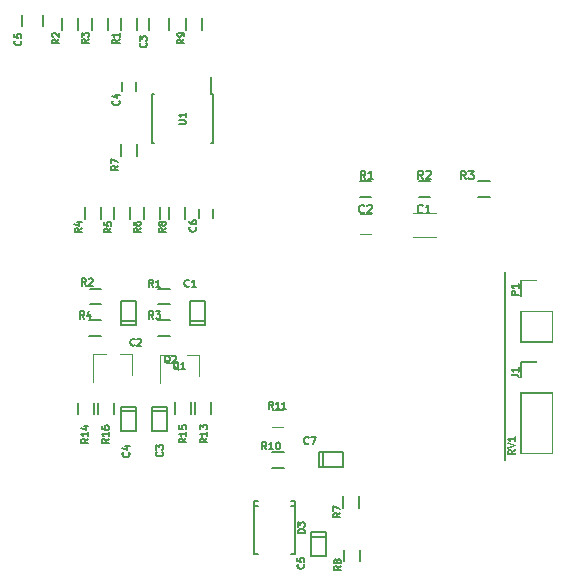
<source format=gto>
%MOIN*%
%OFA0B0*%
%FSLAX46Y46*%
%IPPOS*%
%LPD*%
%ADD10C,0.0039370078740157488*%
%ADD11C,0.005905511811023622*%
%ADD22C,0.0039370078740157488*%
%ADD23C,0.005905511811023622*%
%ADD24C,0.0047244094488188976*%
%ADD25C,0.0039370078740157488*%
%ADD26C,0.0047244094488188976*%
%ADD27C,0.005905511811023622*%
G01G01*
D10*
D11*
X0000656496Y0001870078D02*
X0000656496Y0001830708D01*
X0000603346Y0001830708D02*
X0000603346Y0001870078D01*
X0000691929Y0001617125D02*
X0000686220Y0001617125D01*
X0000691929Y0001453740D02*
X0000686220Y0001453740D01*
X0000489173Y0001453740D02*
X0000494881Y0001453740D01*
X0000489173Y0001617125D02*
X0000494881Y0001617125D01*
X0000691929Y0001617125D02*
X0000691929Y0001453740D01*
X0000489173Y0001617125D02*
X0000489173Y0001453740D01*
X0000686220Y0001617125D02*
X0000686220Y0001672244D01*
X0000597440Y0001240157D02*
X0000597440Y0001200787D01*
X0000544291Y0001200787D02*
X0000544291Y0001240157D01*
X0000514763Y0001240157D02*
X0000514763Y0001200787D01*
X0000461614Y0001200787D02*
X0000461614Y0001240157D01*
X0000416338Y0001240157D02*
X0000416338Y0001200787D01*
X0000363188Y0001200787D02*
X0000363188Y0001240157D01*
X0000317913Y0001240157D02*
X0000317913Y0001200787D01*
X0000264763Y0001200787D02*
X0000264763Y0001240157D01*
X0000386811Y0001830708D02*
X0000386811Y0001870078D01*
X0000439960Y0001870078D02*
X0000439960Y0001830708D01*
X0000243110Y0001870078D02*
X0000243110Y0001830708D01*
X0000189960Y0001830708D02*
X0000189960Y0001870078D01*
X0000478346Y0001870078D02*
X0000478346Y0001830708D01*
X0000545275Y0001830708D02*
X0000545275Y0001870078D01*
X0000341535Y0001870078D02*
X0000341535Y0001830708D01*
X0000288385Y0001830708D02*
X0000288385Y0001870078D01*
X0000439960Y0001448818D02*
X0000439960Y0001409448D01*
X0000386811Y0001409448D02*
X0000386811Y0001448818D01*
X0000057086Y0001881889D02*
X0000057086Y0001842519D01*
X0000124015Y0001842519D02*
X0000124015Y0001881889D01*
X0000692913Y0001232283D02*
X0000692913Y0001204724D01*
X0000645669Y0001204724D02*
X0000645669Y0001232283D01*
X0000389763Y0001627952D02*
X0000389763Y0001655511D01*
X0000437007Y0001655511D02*
X0000437007Y0001627952D01*
X0000597300Y0001799212D02*
X0000586051Y0001791338D01*
X0000597300Y0001785714D02*
X0000573678Y0001785714D01*
X0000573678Y0001794713D01*
X0000574803Y0001796962D01*
X0000575927Y0001798087D01*
X0000578177Y0001799212D01*
X0000581552Y0001799212D01*
X0000583802Y0001798087D01*
X0000584926Y0001796962D01*
X0000586051Y0001794713D01*
X0000586051Y0001785714D01*
X0000597300Y0001810461D02*
X0000597300Y0001814960D01*
X0000596175Y0001817210D01*
X0000595050Y0001818335D01*
X0000591676Y0001820584D01*
X0000587176Y0001821709D01*
X0000578177Y0001821709D01*
X0000575927Y0001820584D01*
X0000574803Y0001819460D01*
X0000573678Y0001817210D01*
X0000573678Y0001812710D01*
X0000574803Y0001810461D01*
X0000575927Y0001809336D01*
X0000578177Y0001808211D01*
X0000583802Y0001808211D01*
X0000586051Y0001809336D01*
X0000587176Y0001810461D01*
X0000588301Y0001812710D01*
X0000588301Y0001817210D01*
X0000587176Y0001819460D01*
X0000586051Y0001820584D01*
X0000583802Y0001821709D01*
X0000577615Y0001517435D02*
X0000596737Y0001517435D01*
X0000598987Y0001518560D01*
X0000600112Y0001519685D01*
X0000601237Y0001521934D01*
X0000601237Y0001526434D01*
X0000600112Y0001528683D01*
X0000598987Y0001529808D01*
X0000596737Y0001530933D01*
X0000577615Y0001530933D01*
X0000601237Y0001554555D02*
X0000601237Y0001541057D01*
X0000601237Y0001547806D02*
X0000577615Y0001547806D01*
X0000580989Y0001545556D01*
X0000583239Y0001543307D01*
X0000584364Y0001541057D01*
X0000534308Y0001169291D02*
X0000523059Y0001161417D01*
X0000534308Y0001155793D02*
X0000510686Y0001155793D01*
X0000510686Y0001164791D01*
X0000511811Y0001167041D01*
X0000512935Y0001168166D01*
X0000515185Y0001169291D01*
X0000518560Y0001169291D01*
X0000520809Y0001168166D01*
X0000521934Y0001167041D01*
X0000523059Y0001164791D01*
X0000523059Y0001155793D01*
X0000520809Y0001182789D02*
X0000519685Y0001180539D01*
X0000518560Y0001179415D01*
X0000516310Y0001178290D01*
X0000515185Y0001178290D01*
X0000512935Y0001179415D01*
X0000511811Y0001180539D01*
X0000510686Y0001182789D01*
X0000510686Y0001187289D01*
X0000511811Y0001189538D01*
X0000512935Y0001190663D01*
X0000515185Y0001191788D01*
X0000516310Y0001191788D01*
X0000518560Y0001190663D01*
X0000519685Y0001189538D01*
X0000520809Y0001187289D01*
X0000520809Y0001182789D01*
X0000521934Y0001180539D01*
X0000523059Y0001179415D01*
X0000525309Y0001178290D01*
X0000529808Y0001178290D01*
X0000532058Y0001179415D01*
X0000533183Y0001180539D01*
X0000534308Y0001182789D01*
X0000534308Y0001187289D01*
X0000533183Y0001189538D01*
X0000532058Y0001190663D01*
X0000529808Y0001191788D01*
X0000525309Y0001191788D01*
X0000523059Y0001190663D01*
X0000521934Y0001189538D01*
X0000520809Y0001187289D01*
X0000451631Y0001169291D02*
X0000440382Y0001161417D01*
X0000451631Y0001155793D02*
X0000428009Y0001155793D01*
X0000428009Y0001164791D01*
X0000429133Y0001167041D01*
X0000430258Y0001168166D01*
X0000432508Y0001169291D01*
X0000435883Y0001169291D01*
X0000438132Y0001168166D01*
X0000439257Y0001167041D01*
X0000440382Y0001164791D01*
X0000440382Y0001155793D01*
X0000428009Y0001189538D02*
X0000428009Y0001185039D01*
X0000429133Y0001182789D01*
X0000430258Y0001181664D01*
X0000433633Y0001179415D01*
X0000438132Y0001178290D01*
X0000447131Y0001178290D01*
X0000449381Y0001179415D01*
X0000450506Y0001180539D01*
X0000451631Y0001182789D01*
X0000451631Y0001187289D01*
X0000450506Y0001189538D01*
X0000449381Y0001190663D01*
X0000447131Y0001191788D01*
X0000441507Y0001191788D01*
X0000439257Y0001190663D01*
X0000438132Y0001189538D01*
X0000437007Y0001187289D01*
X0000437007Y0001182789D01*
X0000438132Y0001180539D01*
X0000439257Y0001179415D01*
X0000441507Y0001178290D01*
X0000353205Y0001169291D02*
X0000341957Y0001161417D01*
X0000353205Y0001155793D02*
X0000329583Y0001155793D01*
X0000329583Y0001164791D01*
X0000330708Y0001167041D01*
X0000331833Y0001168166D01*
X0000334083Y0001169291D01*
X0000337457Y0001169291D01*
X0000339707Y0001168166D01*
X0000340832Y0001167041D01*
X0000341957Y0001164791D01*
X0000341957Y0001155793D01*
X0000329583Y0001190663D02*
X0000329583Y0001179415D01*
X0000340832Y0001178290D01*
X0000339707Y0001179415D01*
X0000338582Y0001181664D01*
X0000338582Y0001187289D01*
X0000339707Y0001189538D01*
X0000340832Y0001190663D01*
X0000343082Y0001191788D01*
X0000348706Y0001191788D01*
X0000350956Y0001190663D01*
X0000352080Y0001189538D01*
X0000353205Y0001187289D01*
X0000353205Y0001181664D01*
X0000352080Y0001179415D01*
X0000350956Y0001178290D01*
X0000254780Y0001169291D02*
X0000243532Y0001161417D01*
X0000254780Y0001155793D02*
X0000231158Y0001155793D01*
X0000231158Y0001164791D01*
X0000232283Y0001167041D01*
X0000233408Y0001168166D01*
X0000235658Y0001169291D01*
X0000239032Y0001169291D01*
X0000241282Y0001168166D01*
X0000242407Y0001167041D01*
X0000243532Y0001164791D01*
X0000243532Y0001155793D01*
X0000239032Y0001189538D02*
X0000254780Y0001189538D01*
X0000230033Y0001183914D02*
X0000246906Y0001178290D01*
X0000246906Y0001192913D01*
X0000380764Y0001799212D02*
X0000369516Y0001791338D01*
X0000380764Y0001785714D02*
X0000357142Y0001785714D01*
X0000357142Y0001794713D01*
X0000358267Y0001796962D01*
X0000359392Y0001798087D01*
X0000361642Y0001799212D01*
X0000365016Y0001799212D01*
X0000367266Y0001798087D01*
X0000368391Y0001796962D01*
X0000369516Y0001794713D01*
X0000369516Y0001785714D01*
X0000380764Y0001821709D02*
X0000380764Y0001808211D01*
X0000380764Y0001814960D02*
X0000357142Y0001814960D01*
X0000360517Y0001812710D01*
X0000362767Y0001810461D01*
X0000363892Y0001808211D01*
X0000179977Y0001799212D02*
X0000168728Y0001791338D01*
X0000179977Y0001785714D02*
X0000156355Y0001785714D01*
X0000156355Y0001794713D01*
X0000157480Y0001796962D01*
X0000158605Y0001798087D01*
X0000160854Y0001799212D01*
X0000164229Y0001799212D01*
X0000166479Y0001798087D01*
X0000167604Y0001796962D01*
X0000168728Y0001794713D01*
X0000168728Y0001785714D01*
X0000158605Y0001808211D02*
X0000157480Y0001809336D01*
X0000156355Y0001811586D01*
X0000156355Y0001817210D01*
X0000157480Y0001819460D01*
X0000158605Y0001820584D01*
X0000160854Y0001821709D01*
X0000163104Y0001821709D01*
X0000166479Y0001820584D01*
X0000179977Y0001807086D01*
X0000179977Y0001821709D01*
X0000469066Y0001787401D02*
X0000470191Y0001786276D01*
X0000471316Y0001782902D01*
X0000471316Y0001780652D01*
X0000470191Y0001777277D01*
X0000467941Y0001775028D01*
X0000465691Y0001773903D01*
X0000461192Y0001772778D01*
X0000457817Y0001772778D01*
X0000453318Y0001773903D01*
X0000451068Y0001775028D01*
X0000448818Y0001777277D01*
X0000447694Y0001780652D01*
X0000447694Y0001782902D01*
X0000448818Y0001786276D01*
X0000449943Y0001787401D01*
X0000447694Y0001795275D02*
X0000447694Y0001809898D01*
X0000456692Y0001802024D01*
X0000456692Y0001805399D01*
X0000457817Y0001807649D01*
X0000458942Y0001808773D01*
X0000461192Y0001809898D01*
X0000466816Y0001809898D01*
X0000469066Y0001808773D01*
X0000470191Y0001807649D01*
X0000471316Y0001805399D01*
X0000471316Y0001798650D01*
X0000470191Y0001796400D01*
X0000469066Y0001795275D01*
X0000278402Y0001799212D02*
X0000267154Y0001791338D01*
X0000278402Y0001785714D02*
X0000254780Y0001785714D01*
X0000254780Y0001794713D01*
X0000255905Y0001796962D01*
X0000257030Y0001798087D01*
X0000259280Y0001799212D01*
X0000262654Y0001799212D01*
X0000264904Y0001798087D01*
X0000266029Y0001796962D01*
X0000267154Y0001794713D01*
X0000267154Y0001785714D01*
X0000254780Y0001807086D02*
X0000254780Y0001821709D01*
X0000263779Y0001813835D01*
X0000263779Y0001817210D01*
X0000264904Y0001819460D01*
X0000266029Y0001820584D01*
X0000268278Y0001821709D01*
X0000273903Y0001821709D01*
X0000276152Y0001820584D01*
X0000277277Y0001819460D01*
X0000278402Y0001817210D01*
X0000278402Y0001810461D01*
X0000277277Y0001808211D01*
X0000276152Y0001807086D01*
X0000376827Y0001377952D02*
X0000365579Y0001370078D01*
X0000376827Y0001364454D02*
X0000353205Y0001364454D01*
X0000353205Y0001373453D01*
X0000354330Y0001375703D01*
X0000355455Y0001376827D01*
X0000357705Y0001377952D01*
X0000361079Y0001377952D01*
X0000363329Y0001376827D01*
X0000364454Y0001375703D01*
X0000365579Y0001373453D01*
X0000365579Y0001364454D01*
X0000353205Y0001385826D02*
X0000353205Y0001401574D01*
X0000376827Y0001391451D01*
X0000051743Y0001795275D02*
X0000052868Y0001794150D01*
X0000053993Y0001790776D01*
X0000053993Y0001788526D01*
X0000052868Y0001785151D01*
X0000050618Y0001782902D01*
X0000048368Y0001781777D01*
X0000043869Y0001780652D01*
X0000040494Y0001780652D01*
X0000035995Y0001781777D01*
X0000033745Y0001782902D01*
X0000031496Y0001785151D01*
X0000030371Y0001788526D01*
X0000030371Y0001790776D01*
X0000031496Y0001794150D01*
X0000032620Y0001795275D01*
X0000030371Y0001816647D02*
X0000030371Y0001805399D01*
X0000041619Y0001804274D01*
X0000040494Y0001805399D01*
X0000039370Y0001807649D01*
X0000039370Y0001813273D01*
X0000040494Y0001815523D01*
X0000041619Y0001816647D01*
X0000043869Y0001817772D01*
X0000049493Y0001817772D01*
X0000051743Y0001816647D01*
X0000052868Y0001815523D01*
X0000053993Y0001813273D01*
X0000053993Y0001807649D01*
X0000052868Y0001805399D01*
X0000051743Y0001804274D01*
X0000634420Y0001173228D02*
X0000635545Y0001172103D01*
X0000636670Y0001168728D01*
X0000636670Y0001166479D01*
X0000635545Y0001163104D01*
X0000633295Y0001160854D01*
X0000631046Y0001159730D01*
X0000626546Y0001158605D01*
X0000623172Y0001158605D01*
X0000618672Y0001159730D01*
X0000616422Y0001160854D01*
X0000614173Y0001163104D01*
X0000613048Y0001166479D01*
X0000613048Y0001168728D01*
X0000614173Y0001172103D01*
X0000615298Y0001173228D01*
X0000613048Y0001193475D02*
X0000613048Y0001188976D01*
X0000614173Y0001186726D01*
X0000615298Y0001185601D01*
X0000618672Y0001183352D01*
X0000623172Y0001182227D01*
X0000632170Y0001182227D01*
X0000634420Y0001183352D01*
X0000635545Y0001184476D01*
X0000636670Y0001186726D01*
X0000636670Y0001191226D01*
X0000635545Y0001193475D01*
X0000634420Y0001194600D01*
X0000632170Y0001195725D01*
X0000626546Y0001195725D01*
X0000624296Y0001194600D01*
X0000623172Y0001193475D01*
X0000622047Y0001191226D01*
X0000622047Y0001186726D01*
X0000623172Y0001184476D01*
X0000624296Y0001183352D01*
X0000626546Y0001182227D01*
X0000378515Y0001594488D02*
X0000379640Y0001593363D01*
X0000380764Y0001589988D01*
X0000380764Y0001587739D01*
X0000379640Y0001584364D01*
X0000377390Y0001582114D01*
X0000375140Y0001580989D01*
X0000370641Y0001579865D01*
X0000367266Y0001579865D01*
X0000362767Y0001580989D01*
X0000360517Y0001582114D01*
X0000358267Y0001584364D01*
X0000357142Y0001587739D01*
X0000357142Y0001589988D01*
X0000358267Y0001593363D01*
X0000359392Y0001594488D01*
X0000365016Y0001614735D02*
X0000380764Y0001614735D01*
X0000356017Y0001609111D02*
X0000372890Y0001603487D01*
X0000372890Y0001618110D01*
G04 next file*
G04 #@! TF.FileFunction,Legend,Top*
G04 Gerber Fmt 4.6, Leading zero omitted, Abs format (unit mm)*
G04 Created by KiCad (PCBNEW 4.0.4-1.fc24-product) date Wed Jun 13 10:34:08 2018*
G01G01*
G04 APERTURE LIST*
G04 APERTURE END LIST*
D22*
D23*
X0001126968Y0000236220D02*
X0001126968Y0000275590D01*
X0001180118Y0000275590D02*
X0001180118Y0000236220D01*
X0000664527Y0000861997D02*
X0000614527Y0000861997D01*
X0000664527Y0000926997D02*
X0000614527Y0000926997D01*
X0000614527Y0000926997D02*
X0000614527Y0000846997D01*
X0000614527Y0000846997D02*
X0000664527Y0000846997D01*
X0000664527Y0000846997D02*
X0000664527Y0000926997D01*
X0000436180Y0000861997D02*
X0000386180Y0000861997D01*
X0000436180Y0000926997D02*
X0000386180Y0000926997D01*
X0000386180Y0000926997D02*
X0000386180Y0000846997D01*
X0000386180Y0000846997D02*
X0000436180Y0000846997D01*
X0000436180Y0000846997D02*
X0000436180Y0000926997D01*
X0000490511Y0000559408D02*
X0000540511Y0000559408D01*
X0000490511Y0000494408D02*
X0000540511Y0000494408D01*
X0000540511Y0000494408D02*
X0000540511Y0000574408D01*
X0000540511Y0000574408D02*
X0000490511Y0000574408D01*
X0000490511Y0000574408D02*
X0000490511Y0000494408D01*
X0000386417Y0000559408D02*
X0000436417Y0000559408D01*
X0000386417Y0000494408D02*
X0000436417Y0000494408D01*
X0000436417Y0000494408D02*
X0000436417Y0000574408D01*
X0000436417Y0000574408D02*
X0000386417Y0000574408D01*
X0000386417Y0000574408D02*
X0000386417Y0000494408D01*
X0001020275Y0000141141D02*
X0001070275Y0000141141D01*
X0001020275Y0000076141D02*
X0001070275Y0000076141D01*
X0001070275Y0000076141D02*
X0001070275Y0000156141D01*
X0001070275Y0000156141D02*
X0001020275Y0000156141D01*
X0001020275Y0000156141D02*
X0001020275Y0000076141D01*
X0001059645Y0000372637D02*
X0001059645Y0000422637D01*
X0001124645Y0000372637D02*
X0001124645Y0000422637D01*
X0001124645Y0000422637D02*
X0001044645Y0000422637D01*
X0001044645Y0000422637D02*
X0001044645Y0000372637D01*
X0001044645Y0000372637D02*
X0001124645Y0000372637D01*
D24*
X0000515747Y0000653543D02*
X0000515747Y0000748031D01*
X0000515747Y0000748031D02*
X0000557086Y0000748031D01*
X0000645669Y0000677165D02*
X0000645669Y0000748031D01*
X0000645669Y0000748031D02*
X0000604330Y0000748031D01*
X0000293307Y0000655511D02*
X0000293307Y0000749999D01*
X0000293307Y0000749999D02*
X0000334645Y0000749999D01*
X0000423228Y0000679133D02*
X0000423228Y0000749999D01*
X0000423228Y0000749999D02*
X0000381889Y0000749999D01*
D23*
X0000509606Y0000968690D02*
X0000548976Y0000968690D01*
X0000548976Y0000915541D02*
X0000509606Y0000915541D01*
X0000281259Y0000968690D02*
X0000320629Y0000968690D01*
X0000320629Y0000915541D02*
X0000281259Y0000915541D01*
X0000509606Y0000862391D02*
X0000548976Y0000862391D01*
X0000548976Y0000809241D02*
X0000509606Y0000809241D01*
X0000279291Y0000862391D02*
X0000318661Y0000862391D01*
X0000318661Y0000809241D02*
X0000279291Y0000809241D01*
X0001128937Y0000059055D02*
X0001128937Y0000098425D01*
X0001182086Y0000098425D02*
X0001182086Y0000059055D01*
X0000889763Y0000422244D02*
X0000929133Y0000422244D01*
X0000929133Y0000369094D02*
X0000889763Y0000369094D01*
X0000828737Y0000242051D02*
X0000842537Y0000242051D01*
X0000966537Y0000242051D02*
X0000952737Y0000242051D01*
X0000828737Y0000082619D02*
X0000842537Y0000082619D01*
X0000828737Y0000259819D02*
X0000842537Y0000259819D01*
X0000966537Y0000259819D02*
X0000952737Y0000259819D01*
X0000966537Y0000082619D02*
X0000952737Y0000082619D01*
X0000828737Y0000259819D02*
X0000828737Y0000082619D01*
X0000966537Y0000259819D02*
X0000966537Y0000082619D01*
X0000630905Y0000551181D02*
X0000630905Y0000590551D01*
X0000684055Y0000590551D02*
X0000684055Y0000551181D01*
X0000243110Y0000549212D02*
X0000243110Y0000588582D01*
X0000296259Y0000588582D02*
X0000296259Y0000549212D01*
X0000619094Y0000590551D02*
X0000619094Y0000551181D01*
X0000565944Y0000551181D02*
X0000565944Y0000590551D01*
X0000361220Y0000588582D02*
X0000361220Y0000549212D01*
X0000308070Y0000549212D02*
X0000308070Y0000588582D01*
D24*
X0000887795Y0000562204D02*
X0000927165Y0000562204D01*
X0000927165Y0000508661D02*
X0000887795Y0000508661D01*
D23*
X0001116985Y0000220472D02*
X0001105736Y0000212598D01*
X0001116985Y0000206974D02*
X0001093363Y0000206974D01*
X0001093363Y0000215972D01*
X0001094488Y0000218222D01*
X0001095613Y0000219347D01*
X0001097862Y0000220472D01*
X0001101237Y0000220472D01*
X0001103487Y0000219347D01*
X0001104611Y0000218222D01*
X0001105736Y0000215972D01*
X0001105736Y0000206974D01*
X0001093363Y0000228346D02*
X0001093363Y0000244094D01*
X0001116985Y0000233970D01*
X0000611968Y0000976986D02*
X0000610843Y0000975861D01*
X0000607468Y0000974736D01*
X0000605219Y0000974736D01*
X0000601844Y0000975861D01*
X0000599594Y0000978111D01*
X0000598469Y0000980361D01*
X0000597345Y0000984860D01*
X0000597345Y0000988235D01*
X0000598469Y0000992734D01*
X0000599594Y0000994984D01*
X0000601844Y0000997234D01*
X0000605219Y0000998358D01*
X0000607468Y0000998358D01*
X0000610843Y0000997234D01*
X0000611968Y0000996109D01*
X0000634465Y0000974736D02*
X0000620967Y0000974736D01*
X0000627716Y0000974736D02*
X0000627716Y0000998358D01*
X0000625466Y0000994984D01*
X0000623216Y0000992734D01*
X0000620967Y0000991609D01*
X0000430865Y0000780136D02*
X0000429741Y0000779011D01*
X0000426366Y0000777886D01*
X0000424116Y0000777886D01*
X0000420742Y0000779011D01*
X0000418492Y0000781261D01*
X0000417367Y0000783510D01*
X0000416242Y0000788010D01*
X0000416242Y0000791384D01*
X0000417367Y0000795884D01*
X0000418492Y0000798133D01*
X0000420742Y0000800383D01*
X0000424116Y0000801508D01*
X0000426366Y0000801508D01*
X0000429741Y0000800383D01*
X0000430865Y0000799258D01*
X0000439864Y0000799258D02*
X0000440989Y0000800383D01*
X0000443239Y0000801508D01*
X0000448863Y0000801508D01*
X0000451113Y0000800383D01*
X0000452238Y0000799258D01*
X0000453363Y0000797009D01*
X0000453363Y0000794759D01*
X0000452238Y0000791384D01*
X0000438739Y0000777886D01*
X0000453363Y0000777886D01*
X0000523947Y0000424172D02*
X0000525072Y0000423047D01*
X0000526197Y0000419673D01*
X0000526197Y0000417423D01*
X0000525072Y0000414048D01*
X0000522823Y0000411798D01*
X0000520573Y0000410674D01*
X0000516073Y0000409549D01*
X0000512699Y0000409549D01*
X0000508199Y0000410674D01*
X0000505950Y0000411798D01*
X0000503700Y0000414048D01*
X0000502575Y0000417423D01*
X0000502575Y0000419673D01*
X0000503700Y0000423047D01*
X0000504825Y0000424172D01*
X0000502575Y0000432046D02*
X0000502575Y0000446669D01*
X0000511574Y0000438795D01*
X0000511574Y0000442170D01*
X0000512699Y0000444419D01*
X0000513824Y0000445544D01*
X0000516073Y0000446669D01*
X0000521698Y0000446669D01*
X0000523947Y0000445544D01*
X0000525072Y0000444419D01*
X0000526197Y0000442170D01*
X0000526197Y0000435421D01*
X0000525072Y0000433171D01*
X0000523947Y0000432046D01*
X0000411979Y0000422203D02*
X0000413104Y0000421079D01*
X0000414229Y0000417704D01*
X0000414229Y0000415454D01*
X0000413104Y0000412080D01*
X0000410854Y0000409830D01*
X0000408605Y0000408705D01*
X0000404105Y0000407580D01*
X0000400731Y0000407580D01*
X0000396231Y0000408705D01*
X0000393982Y0000409830D01*
X0000391732Y0000412080D01*
X0000390607Y0000415454D01*
X0000390607Y0000417704D01*
X0000391732Y0000421079D01*
X0000392857Y0000422203D01*
X0000398481Y0000442451D02*
X0000414229Y0000442451D01*
X0000389482Y0000436827D02*
X0000406355Y0000431202D01*
X0000406355Y0000445825D01*
X0000994656Y0000049212D02*
X0000995781Y0000048087D01*
X0000996906Y0000044713D01*
X0000996906Y0000042463D01*
X0000995781Y0000039088D01*
X0000993532Y0000036839D01*
X0000991282Y0000035714D01*
X0000986782Y0000034589D01*
X0000983408Y0000034589D01*
X0000978908Y0000035714D01*
X0000976659Y0000036839D01*
X0000974409Y0000039088D01*
X0000973284Y0000042463D01*
X0000973284Y0000044713D01*
X0000974409Y0000048087D01*
X0000975534Y0000049212D01*
X0000973284Y0000070584D02*
X0000973284Y0000059336D01*
X0000984533Y0000058211D01*
X0000983408Y0000059336D01*
X0000982283Y0000061586D01*
X0000982283Y0000067210D01*
X0000983408Y0000069460D01*
X0000984533Y0000070584D01*
X0000986782Y0000071709D01*
X0000992407Y0000071709D01*
X0000994656Y0000070584D01*
X0000995781Y0000069460D01*
X0000996906Y0000067210D01*
X0000996906Y0000061586D01*
X0000995781Y0000059336D01*
X0000994656Y0000058211D01*
X0001010786Y0000452193D02*
X0001009661Y0000451068D01*
X0001006287Y0000449943D01*
X0001004037Y0000449943D01*
X0001000662Y0000451068D01*
X0000998413Y0000453318D01*
X0000997288Y0000455568D01*
X0000996163Y0000460067D01*
X0000996163Y0000463442D01*
X0000997288Y0000467941D01*
X0000998413Y0000470191D01*
X0001000662Y0000472440D01*
X0001004037Y0000473565D01*
X0001006287Y0000473565D01*
X0001009661Y0000472440D01*
X0001010786Y0000471316D01*
X0001018660Y0000473565D02*
X0001034408Y0000473565D01*
X0001024284Y0000449943D01*
X0000578458Y0000697694D02*
X0000576209Y0000698818D01*
X0000573959Y0000701068D01*
X0000570584Y0000704443D01*
X0000568335Y0000705568D01*
X0000566085Y0000705568D01*
X0000567210Y0000699943D02*
X0000564960Y0000701068D01*
X0000562710Y0000703318D01*
X0000561586Y0000707817D01*
X0000561586Y0000715691D01*
X0000562710Y0000720191D01*
X0000564960Y0000722440D01*
X0000567210Y0000723565D01*
X0000571709Y0000723565D01*
X0000573959Y0000722440D01*
X0000576209Y0000720191D01*
X0000577334Y0000715691D01*
X0000577334Y0000707817D01*
X0000576209Y0000703318D01*
X0000573959Y0000701068D01*
X0000571709Y0000699943D01*
X0000567210Y0000699943D01*
X0000599831Y0000699943D02*
X0000586332Y0000699943D01*
X0000593082Y0000699943D02*
X0000593082Y0000723565D01*
X0000590832Y0000720191D01*
X0000588582Y0000717941D01*
X0000586332Y0000716816D01*
X0000548931Y0000719347D02*
X0000546681Y0000720472D01*
X0000544431Y0000722722D01*
X0000541057Y0000726096D01*
X0000538807Y0000727221D01*
X0000536557Y0000727221D01*
X0000537682Y0000721597D02*
X0000535433Y0000722722D01*
X0000533183Y0000724971D01*
X0000532058Y0000729471D01*
X0000532058Y0000737345D01*
X0000533183Y0000741844D01*
X0000535433Y0000744094D01*
X0000537682Y0000745219D01*
X0000542182Y0000745219D01*
X0000544431Y0000744094D01*
X0000546681Y0000741844D01*
X0000547806Y0000737345D01*
X0000547806Y0000729471D01*
X0000546681Y0000724971D01*
X0000544431Y0000722722D01*
X0000542182Y0000721597D01*
X0000537682Y0000721597D01*
X0000556805Y0000742969D02*
X0000557930Y0000744094D01*
X0000560179Y0000745219D01*
X0000565804Y0000745219D01*
X0000568053Y0000744094D01*
X0000569178Y0000742969D01*
X0000570303Y0000740719D01*
X0000570303Y0000738470D01*
X0000569178Y0000735095D01*
X0000555680Y0000721597D01*
X0000570303Y0000721597D01*
X0000493857Y0000974736D02*
X0000485983Y0000985985D01*
X0000480359Y0000974736D02*
X0000480359Y0000998358D01*
X0000489358Y0000998358D01*
X0000491608Y0000997234D01*
X0000492733Y0000996109D01*
X0000493857Y0000993859D01*
X0000493857Y0000990484D01*
X0000492733Y0000988235D01*
X0000491608Y0000987110D01*
X0000489358Y0000985985D01*
X0000480359Y0000985985D01*
X0000516355Y0000974736D02*
X0000502856Y0000974736D01*
X0000509606Y0000974736D02*
X0000509606Y0000998358D01*
X0000507356Y0000994984D01*
X0000505106Y0000992734D01*
X0000502856Y0000991609D01*
X0000269448Y0000978673D02*
X0000261574Y0000989922D01*
X0000255950Y0000978673D02*
X0000255950Y0001002295D01*
X0000264949Y0001002295D01*
X0000267198Y0001001171D01*
X0000268323Y0001000046D01*
X0000269448Y0000997796D01*
X0000269448Y0000994421D01*
X0000268323Y0000992172D01*
X0000267198Y0000991047D01*
X0000264949Y0000989922D01*
X0000255950Y0000989922D01*
X0000278447Y0001000046D02*
X0000279572Y0001001171D01*
X0000281821Y0001002295D01*
X0000287446Y0001002295D01*
X0000289696Y0001001171D01*
X0000290820Y0001000046D01*
X0000291945Y0000997796D01*
X0000291945Y0000995546D01*
X0000290820Y0000992172D01*
X0000277322Y0000978673D01*
X0000291945Y0000978673D01*
X0000493857Y0000868437D02*
X0000485983Y0000879686D01*
X0000480359Y0000868437D02*
X0000480359Y0000892059D01*
X0000489358Y0000892059D01*
X0000491608Y0000890934D01*
X0000492733Y0000889810D01*
X0000493857Y0000887560D01*
X0000493857Y0000884185D01*
X0000492733Y0000881935D01*
X0000491608Y0000880811D01*
X0000489358Y0000879686D01*
X0000480359Y0000879686D01*
X0000501731Y0000892059D02*
X0000516355Y0000892059D01*
X0000508481Y0000883060D01*
X0000511855Y0000883060D01*
X0000514105Y0000881935D01*
X0000515230Y0000880811D01*
X0000516355Y0000878561D01*
X0000516355Y0000872937D01*
X0000515230Y0000870687D01*
X0000514105Y0000869562D01*
X0000511855Y0000868437D01*
X0000505106Y0000868437D01*
X0000502856Y0000869562D01*
X0000501731Y0000870687D01*
X0000263543Y0000868437D02*
X0000255668Y0000879686D01*
X0000250044Y0000868437D02*
X0000250044Y0000892059D01*
X0000259043Y0000892059D01*
X0000261293Y0000890934D01*
X0000262418Y0000889810D01*
X0000263543Y0000887560D01*
X0000263543Y0000884185D01*
X0000262418Y0000881935D01*
X0000261293Y0000880811D01*
X0000259043Y0000879686D01*
X0000250044Y0000879686D01*
X0000283790Y0000884185D02*
X0000283790Y0000868437D01*
X0000278166Y0000893184D02*
X0000272541Y0000876311D01*
X0000287165Y0000876311D01*
X0001118953Y0000043307D02*
X0001107705Y0000035433D01*
X0001118953Y0000029808D02*
X0001095331Y0000029808D01*
X0001095331Y0000038807D01*
X0001096456Y0000041057D01*
X0001097581Y0000042182D01*
X0001099831Y0000043307D01*
X0001103205Y0000043307D01*
X0001105455Y0000042182D01*
X0001106580Y0000041057D01*
X0001107705Y0000038807D01*
X0001107705Y0000029808D01*
X0001105455Y0000056805D02*
X0001104330Y0000054555D01*
X0001103205Y0000053430D01*
X0001100956Y0000052305D01*
X0001099831Y0000052305D01*
X0001097581Y0000053430D01*
X0001096456Y0000054555D01*
X0001095331Y0000056805D01*
X0001095331Y0000061304D01*
X0001096456Y0000063554D01*
X0001097581Y0000064679D01*
X0001099831Y0000065804D01*
X0001100956Y0000065804D01*
X0001103205Y0000064679D01*
X0001104330Y0000063554D01*
X0001105455Y0000061304D01*
X0001105455Y0000056805D01*
X0001106580Y0000054555D01*
X0001107705Y0000053430D01*
X0001109955Y0000052305D01*
X0001114454Y0000052305D01*
X0001116704Y0000053430D01*
X0001117828Y0000054555D01*
X0001118953Y0000056805D01*
X0001118953Y0000061304D01*
X0001117828Y0000063554D01*
X0001116704Y0000064679D01*
X0001114454Y0000065804D01*
X0001109955Y0000065804D01*
X0001107705Y0000064679D01*
X0001106580Y0000063554D01*
X0001105455Y0000061304D01*
X0000870641Y0000432227D02*
X0000862767Y0000443475D01*
X0000857142Y0000432227D02*
X0000857142Y0000455849D01*
X0000866141Y0000455849D01*
X0000868391Y0000454724D01*
X0000869516Y0000453599D01*
X0000870641Y0000451349D01*
X0000870641Y0000447975D01*
X0000869516Y0000445725D01*
X0000868391Y0000444600D01*
X0000866141Y0000443475D01*
X0000857142Y0000443475D01*
X0000893138Y0000432227D02*
X0000879640Y0000432227D01*
X0000886389Y0000432227D02*
X0000886389Y0000455849D01*
X0000884139Y0000452474D01*
X0000881889Y0000450224D01*
X0000879640Y0000449100D01*
X0000907761Y0000455849D02*
X0000910011Y0000455849D01*
X0000912260Y0000454724D01*
X0000913385Y0000453599D01*
X0000914510Y0000451349D01*
X0000915635Y0000446850D01*
X0000915635Y0000441226D01*
X0000914510Y0000436726D01*
X0000913385Y0000434476D01*
X0000912260Y0000433352D01*
X0000910011Y0000432227D01*
X0000907761Y0000432227D01*
X0000905511Y0000433352D01*
X0000904386Y0000434476D01*
X0000903262Y0000436726D01*
X0000902137Y0000441226D01*
X0000902137Y0000446850D01*
X0000903262Y0000451349D01*
X0000904386Y0000453599D01*
X0000905511Y0000454724D01*
X0000907761Y0000455849D01*
X0000997890Y0000153784D02*
X0000974268Y0000153784D01*
X0000974268Y0000159408D01*
X0000975393Y0000162783D01*
X0000977643Y0000165032D01*
X0000979893Y0000166157D01*
X0000984392Y0000167282D01*
X0000987767Y0000167282D01*
X0000992266Y0000166157D01*
X0000994516Y0000165032D01*
X0000996766Y0000162783D01*
X0000997890Y0000159408D01*
X0000997890Y0000153784D01*
X0000974268Y0000175156D02*
X0000974268Y0000189779D01*
X0000983267Y0000181905D01*
X0000983267Y0000185280D01*
X0000984392Y0000187530D01*
X0000985517Y0000188655D01*
X0000987767Y0000189779D01*
X0000993391Y0000189779D01*
X0000995641Y0000188655D01*
X0000996766Y0000187530D01*
X0000997890Y0000185280D01*
X0000997890Y0000178531D01*
X0000996766Y0000176281D01*
X0000995641Y0000175156D01*
X0000672103Y0000469066D02*
X0000660854Y0000461192D01*
X0000672103Y0000455567D02*
X0000648481Y0000455567D01*
X0000648481Y0000464566D01*
X0000649606Y0000466816D01*
X0000650731Y0000467941D01*
X0000652980Y0000469066D01*
X0000656355Y0000469066D01*
X0000658605Y0000467941D01*
X0000659730Y0000466816D01*
X0000660854Y0000464566D01*
X0000660854Y0000455567D01*
X0000672103Y0000491563D02*
X0000672103Y0000478065D01*
X0000672103Y0000484814D02*
X0000648481Y0000484814D01*
X0000651855Y0000482564D01*
X0000654105Y0000480314D01*
X0000655230Y0000478065D01*
X0000648481Y0000499437D02*
X0000648481Y0000514060D01*
X0000657480Y0000506186D01*
X0000657480Y0000509561D01*
X0000658605Y0000511811D01*
X0000659730Y0000512935D01*
X0000661979Y0000514060D01*
X0000667604Y0000514060D01*
X0000669853Y0000512935D01*
X0000670978Y0000511811D01*
X0000672103Y0000509561D01*
X0000672103Y0000502812D01*
X0000670978Y0000500562D01*
X0000669853Y0000499437D01*
X0000276434Y0000467097D02*
X0000265185Y0000459223D01*
X0000276434Y0000453599D02*
X0000252812Y0000453599D01*
X0000252812Y0000462598D01*
X0000253936Y0000464848D01*
X0000255061Y0000465972D01*
X0000257311Y0000467097D01*
X0000260686Y0000467097D01*
X0000262935Y0000465972D01*
X0000264060Y0000464848D01*
X0000265185Y0000462598D01*
X0000265185Y0000453599D01*
X0000276434Y0000489595D02*
X0000276434Y0000476096D01*
X0000276434Y0000482845D02*
X0000252812Y0000482845D01*
X0000256186Y0000480596D01*
X0000258436Y0000478346D01*
X0000259561Y0000476096D01*
X0000260686Y0000509842D02*
X0000276434Y0000509842D01*
X0000251687Y0000504218D02*
X0000268560Y0000498593D01*
X0000268560Y0000513217D01*
X0000603205Y0000469066D02*
X0000591957Y0000461192D01*
X0000603205Y0000455567D02*
X0000579583Y0000455567D01*
X0000579583Y0000464566D01*
X0000580708Y0000466816D01*
X0000581833Y0000467941D01*
X0000584083Y0000469066D01*
X0000587457Y0000469066D01*
X0000589707Y0000467941D01*
X0000590832Y0000466816D01*
X0000591957Y0000464566D01*
X0000591957Y0000455567D01*
X0000603205Y0000491563D02*
X0000603205Y0000478065D01*
X0000603205Y0000484814D02*
X0000579583Y0000484814D01*
X0000582958Y0000482564D01*
X0000585208Y0000480314D01*
X0000586332Y0000478065D01*
X0000579583Y0000512935D02*
X0000579583Y0000501687D01*
X0000590832Y0000500562D01*
X0000589707Y0000501687D01*
X0000588582Y0000503936D01*
X0000588582Y0000509561D01*
X0000589707Y0000511811D01*
X0000590832Y0000512935D01*
X0000593082Y0000514060D01*
X0000598706Y0000514060D01*
X0000600956Y0000512935D01*
X0000602080Y0000511811D01*
X0000603205Y0000509561D01*
X0000603205Y0000503936D01*
X0000602080Y0000501687D01*
X0000600956Y0000500562D01*
X0000345331Y0000467097D02*
X0000334083Y0000459223D01*
X0000345331Y0000453599D02*
X0000321709Y0000453599D01*
X0000321709Y0000462598D01*
X0000322834Y0000464848D01*
X0000323959Y0000465972D01*
X0000326209Y0000467097D01*
X0000329583Y0000467097D01*
X0000331833Y0000465972D01*
X0000332958Y0000464848D01*
X0000334083Y0000462598D01*
X0000334083Y0000453599D01*
X0000345331Y0000489595D02*
X0000345331Y0000476096D01*
X0000345331Y0000482845D02*
X0000321709Y0000482845D01*
X0000325084Y0000480596D01*
X0000327334Y0000478346D01*
X0000328458Y0000476096D01*
X0000321709Y0000509842D02*
X0000321709Y0000505343D01*
X0000322834Y0000503093D01*
X0000323959Y0000501968D01*
X0000327334Y0000499718D01*
X0000331833Y0000498593D01*
X0000340832Y0000498593D01*
X0000343082Y0000499718D01*
X0000344206Y0000500843D01*
X0000345331Y0000503093D01*
X0000345331Y0000507592D01*
X0000344206Y0000509842D01*
X0000343082Y0000510967D01*
X0000340832Y0000512092D01*
X0000335208Y0000512092D01*
X0000332958Y0000510967D01*
X0000331833Y0000509842D01*
X0000330708Y0000507592D01*
X0000330708Y0000503093D01*
X0000331833Y0000500843D01*
X0000332958Y0000499718D01*
X0000335208Y0000498593D01*
X0000892294Y0000568053D02*
X0000884420Y0000579302D01*
X0000878796Y0000568053D02*
X0000878796Y0000591676D01*
X0000887795Y0000591676D01*
X0000890044Y0000590551D01*
X0000891169Y0000589426D01*
X0000892294Y0000587176D01*
X0000892294Y0000583801D01*
X0000891169Y0000581552D01*
X0000890044Y0000580427D01*
X0000887795Y0000579302D01*
X0000878796Y0000579302D01*
X0000914791Y0000568053D02*
X0000901293Y0000568053D01*
X0000908042Y0000568053D02*
X0000908042Y0000591676D01*
X0000905792Y0000588301D01*
X0000903543Y0000586051D01*
X0000901293Y0000584926D01*
X0000937289Y0000568053D02*
X0000923790Y0000568053D01*
X0000930539Y0000568053D02*
X0000930539Y0000591676D01*
X0000928290Y0000588301D01*
X0000926040Y0000586051D01*
X0000923790Y0000584926D01*
G04 next file*
G04 #@! TF.FileFunction,Legend,Top*
G04 Gerber Fmt 4.6, Leading zero omitted, Abs format (unit mm)*
G04 Created by KiCad (PCBNEW 4.0.4-1.fc24-product) date Wed Jun 13 10:55:40 2018*
G01G01*
G04 APERTURE LIST*
G04 APERTURE END LIST*
D25*
D26*
X0001358267Y0001140944D02*
X0001437007Y0001140944D01*
X0001437007Y0001221259D02*
X0001358267Y0001221259D01*
D27*
X0001614173Y0001272637D02*
X0001574803Y0001272637D01*
X0001574803Y0001325787D02*
X0001614173Y0001325787D01*
X0001417322Y0001272637D02*
X0001377952Y0001272637D01*
X0001377952Y0001325787D02*
X0001417322Y0001325787D01*
X0001181102Y0001325787D02*
X0001220472Y0001325787D01*
X0001220472Y0001272637D02*
X0001181102Y0001272637D01*
D26*
X0001220472Y0001218503D02*
X0001181102Y0001218503D01*
X0001181102Y0001151574D02*
X0001220472Y0001151574D01*
D27*
X0001391076Y0001222440D02*
X0001389763Y0001221128D01*
X0001385826Y0001219816D01*
X0001383202Y0001219816D01*
X0001379265Y0001221128D01*
X0001376640Y0001223753D01*
X0001375328Y0001226377D01*
X0001374015Y0001231627D01*
X0001374015Y0001235564D01*
X0001375328Y0001240813D01*
X0001376640Y0001243438D01*
X0001379265Y0001246062D01*
X0001383202Y0001247375D01*
X0001385826Y0001247375D01*
X0001389763Y0001246062D01*
X0001391076Y0001244750D01*
X0001417322Y0001219816D02*
X0001401574Y0001219816D01*
X0001409448Y0001219816D02*
X0001409448Y0001247375D01*
X0001406824Y0001243438D01*
X0001404199Y0001240813D01*
X0001401574Y0001239501D01*
X0001534776Y0001333005D02*
X0001525590Y0001346128D01*
X0001519028Y0001333005D02*
X0001519028Y0001360564D01*
X0001529527Y0001360564D01*
X0001532152Y0001359252D01*
X0001533464Y0001357939D01*
X0001534776Y0001355314D01*
X0001534776Y0001351377D01*
X0001533464Y0001348753D01*
X0001532152Y0001347440D01*
X0001529527Y0001346128D01*
X0001519028Y0001346128D01*
X0001543963Y0001360564D02*
X0001561023Y0001360564D01*
X0001551837Y0001350065D01*
X0001555774Y0001350065D01*
X0001558398Y0001348753D01*
X0001559711Y0001347440D01*
X0001561023Y0001344816D01*
X0001561023Y0001338254D01*
X0001559711Y0001335629D01*
X0001558398Y0001334317D01*
X0001555774Y0001333005D01*
X0001547900Y0001333005D01*
X0001545275Y0001334317D01*
X0001543963Y0001335629D01*
X0001393044Y0001333989D02*
X0001383858Y0001347112D01*
X0001377296Y0001333989D02*
X0001377296Y0001361548D01*
X0001387795Y0001361548D01*
X0001390419Y0001360236D01*
X0001391732Y0001358923D01*
X0001393044Y0001356299D01*
X0001393044Y0001352362D01*
X0001391732Y0001349737D01*
X0001390419Y0001348425D01*
X0001387795Y0001347112D01*
X0001377296Y0001347112D01*
X0001403543Y0001358923D02*
X0001404855Y0001360236D01*
X0001407480Y0001361548D01*
X0001414041Y0001361548D01*
X0001416666Y0001360236D01*
X0001417979Y0001358923D01*
X0001419291Y0001356299D01*
X0001419291Y0001353674D01*
X0001417979Y0001349737D01*
X0001402230Y0001333989D01*
X0001419291Y0001333989D01*
X0001200131Y0001333989D02*
X0001190944Y0001347112D01*
X0001184383Y0001333989D02*
X0001184383Y0001361548D01*
X0001194881Y0001361548D01*
X0001197506Y0001360236D01*
X0001198818Y0001358923D01*
X0001200131Y0001356299D01*
X0001200131Y0001352362D01*
X0001198818Y0001349737D01*
X0001197506Y0001348425D01*
X0001194881Y0001347112D01*
X0001184383Y0001347112D01*
X0001226377Y0001333989D02*
X0001210629Y0001333989D01*
X0001218503Y0001333989D02*
X0001218503Y0001361548D01*
X0001215879Y0001357611D01*
X0001213254Y0001354986D01*
X0001210629Y0001353674D01*
X0001196194Y0001222440D02*
X0001194881Y0001221128D01*
X0001190944Y0001219816D01*
X0001188320Y0001219816D01*
X0001184383Y0001221128D01*
X0001181758Y0001223753D01*
X0001180446Y0001226377D01*
X0001179133Y0001231627D01*
X0001179133Y0001235564D01*
X0001180446Y0001240813D01*
X0001181758Y0001243438D01*
X0001184383Y0001246062D01*
X0001188320Y0001247375D01*
X0001190944Y0001247375D01*
X0001194881Y0001246062D01*
X0001196194Y0001244750D01*
X0001206692Y0001244750D02*
X0001208005Y0001246062D01*
X0001210629Y0001247375D01*
X0001217191Y0001247375D01*
X0001219816Y0001246062D01*
X0001221128Y0001244750D01*
X0001222440Y0001242125D01*
X0001222440Y0001239501D01*
X0001221128Y0001235564D01*
X0001205380Y0001219816D01*
X0001222440Y0001219816D01*
G04 next file*
G36*
X0001667600Y0001023500D02*
G01G01*
X0001662900Y0001023500D01*
X0001662900Y0000393600D01*
X0001667600Y0000393600D01*
X0001667600Y0001023500D01*
G37*
G36*
X0001826300Y0000418400D02*
G01G01*
X0001826200Y0000419099D01*
X0001825800Y0000419800D01*
X0001825299Y0000420300D01*
X0001824600Y0000420600D01*
X0001823899Y0000420700D01*
X0001719200Y0000420700D01*
X0001718500Y0000420600D01*
X0001717800Y0000420300D01*
X0001717300Y0000419800D01*
X0001716900Y0000419099D01*
X0001716800Y0000418400D01*
X0001716900Y0000417600D01*
X0001717300Y0000417000D01*
X0001717800Y0000416500D01*
X0001718500Y0000416100D01*
X0001719200Y0000416000D01*
X0001823899Y0000416000D01*
X0001824600Y0000416100D01*
X0001825299Y0000416500D01*
X0001825800Y0000417000D01*
X0001826200Y0000417600D01*
X0001826300Y0000418400D01*
G37*
G36*
X0001721499Y0000620700D02*
G01G01*
X0001721400Y0000621500D01*
X0001721099Y0000622100D01*
X0001720600Y0000622600D01*
X0001719900Y0000623000D01*
X0001719200Y0000623100D01*
X0001718500Y0000623000D01*
X0001717800Y0000622600D01*
X0001717300Y0000622100D01*
X0001716900Y0000621500D01*
X0001716800Y0000620700D01*
X0001716800Y0000418400D01*
X0001716900Y0000417600D01*
X0001717300Y0000417000D01*
X0001717800Y0000416500D01*
X0001718500Y0000416100D01*
X0001719200Y0000416000D01*
X0001719900Y0000416100D01*
X0001720600Y0000416500D01*
X0001721099Y0000417000D01*
X0001721400Y0000417600D01*
X0001721499Y0000418400D01*
X0001721499Y0000620700D01*
G37*
G36*
X0001826300Y0000620700D02*
G01G01*
X0001826200Y0000621500D01*
X0001825800Y0000622100D01*
X0001825299Y0000622600D01*
X0001824600Y0000623000D01*
X0001823899Y0000623100D01*
X0001823200Y0000623000D01*
X0001822500Y0000622600D01*
X0001822000Y0000622100D01*
X0001821700Y0000621500D01*
X0001821500Y0000620700D01*
X0001821500Y0000418400D01*
X0001821700Y0000417600D01*
X0001822000Y0000417000D01*
X0001822500Y0000416500D01*
X0001823200Y0000416100D01*
X0001823899Y0000416000D01*
X0001824600Y0000416100D01*
X0001825299Y0000416500D01*
X0001825800Y0000417000D01*
X0001826200Y0000417600D01*
X0001826300Y0000418400D01*
X0001826300Y0000620700D01*
G37*
G36*
X0001826300Y0000620700D02*
G01G01*
X0001826200Y0000621500D01*
X0001825800Y0000622100D01*
X0001825299Y0000622600D01*
X0001824600Y0000623000D01*
X0001823899Y0000623100D01*
X0001719200Y0000623100D01*
X0001718500Y0000623000D01*
X0001717800Y0000622600D01*
X0001717300Y0000622100D01*
X0001716900Y0000621500D01*
X0001716800Y0000620700D01*
X0001716900Y0000620000D01*
X0001717300Y0000619300D01*
X0001717800Y0000618800D01*
X0001718500Y0000618500D01*
X0001719200Y0000618400D01*
X0001823899Y0000618400D01*
X0001824600Y0000618500D01*
X0001825299Y0000618800D01*
X0001825800Y0000619300D01*
X0001826200Y0000620000D01*
X0001826300Y0000620700D01*
G37*
G36*
X0001721499Y0000723099D02*
G01G01*
X0001721400Y0000723800D01*
X0001721099Y0000724500D01*
X0001720600Y0000725000D01*
X0001719900Y0000725300D01*
X0001719200Y0000725500D01*
X0001718500Y0000725300D01*
X0001717800Y0000725000D01*
X0001717300Y0000724500D01*
X0001716900Y0000723800D01*
X0001716800Y0000723099D01*
X0001716800Y0000670700D01*
X0001716900Y0000670000D01*
X0001717300Y0000669300D01*
X0001717800Y0000668800D01*
X0001718500Y0000668499D01*
X0001719200Y0000668399D01*
X0001719900Y0000668499D01*
X0001720600Y0000668800D01*
X0001721099Y0000669300D01*
X0001721400Y0000670000D01*
X0001721499Y0000670700D01*
X0001721499Y0000723099D01*
G37*
G36*
X0001773900Y0000723099D02*
G01G01*
X0001773800Y0000723800D01*
X0001773500Y0000724500D01*
X0001772900Y0000725000D01*
X0001772300Y0000725300D01*
X0001771500Y0000725500D01*
X0001719200Y0000725500D01*
X0001718500Y0000725300D01*
X0001717800Y0000725000D01*
X0001717300Y0000724500D01*
X0001716900Y0000723800D01*
X0001716800Y0000723099D01*
X0001716900Y0000722400D01*
X0001717300Y0000721700D01*
X0001717800Y0000721200D01*
X0001718500Y0000720800D01*
X0001719200Y0000720700D01*
X0001771500Y0000720700D01*
X0001772300Y0000720800D01*
X0001772900Y0000721200D01*
X0001773500Y0000721700D01*
X0001773800Y0000722400D01*
X0001773900Y0000723099D01*
G37*
G36*
X0001826300Y0000790000D02*
G01G01*
X0001826200Y0000790700D01*
X0001825800Y0000791400D01*
X0001825299Y0000791900D01*
X0001824600Y0000792300D01*
X0001823899Y0000792400D01*
X0001719200Y0000792400D01*
X0001718500Y0000792300D01*
X0001717800Y0000791900D01*
X0001717300Y0000791400D01*
X0001716900Y0000790700D01*
X0001716800Y0000790000D01*
X0001716900Y0000789300D01*
X0001717300Y0000788600D01*
X0001717800Y0000788100D01*
X0001718500Y0000787800D01*
X0001719200Y0000787700D01*
X0001823899Y0000787700D01*
X0001824600Y0000787800D01*
X0001825299Y0000788100D01*
X0001825800Y0000788600D01*
X0001826200Y0000789300D01*
X0001826300Y0000790000D01*
G37*
G36*
X0001721499Y0000892400D02*
G01G01*
X0001721400Y0000893100D01*
X0001721099Y0000893800D01*
X0001720600Y0000894300D01*
X0001719900Y0000894600D01*
X0001719200Y0000894700D01*
X0001718500Y0000894600D01*
X0001717800Y0000894300D01*
X0001717300Y0000893800D01*
X0001716900Y0000893100D01*
X0001716800Y0000892400D01*
X0001716800Y0000790000D01*
X0001716900Y0000789300D01*
X0001717300Y0000788600D01*
X0001717800Y0000788100D01*
X0001718500Y0000787800D01*
X0001719200Y0000787700D01*
X0001719900Y0000787800D01*
X0001720600Y0000788100D01*
X0001721099Y0000788600D01*
X0001721400Y0000789300D01*
X0001721499Y0000790000D01*
X0001721499Y0000892400D01*
G37*
G36*
X0001826300Y0000892400D02*
G01G01*
X0001826200Y0000893100D01*
X0001825800Y0000893800D01*
X0001825299Y0000894300D01*
X0001824600Y0000894600D01*
X0001823899Y0000894700D01*
X0001823200Y0000894600D01*
X0001822500Y0000894300D01*
X0001822000Y0000893800D01*
X0001821700Y0000893100D01*
X0001821500Y0000892400D01*
X0001821500Y0000790000D01*
X0001821700Y0000789300D01*
X0001822000Y0000788600D01*
X0001822500Y0000788100D01*
X0001823200Y0000787800D01*
X0001823899Y0000787700D01*
X0001824600Y0000787800D01*
X0001825299Y0000788100D01*
X0001825800Y0000788600D01*
X0001826200Y0000789300D01*
X0001826300Y0000790000D01*
X0001826300Y0000892400D01*
G37*
G36*
X0001826300Y0000892400D02*
G01G01*
X0001826200Y0000893100D01*
X0001825800Y0000893800D01*
X0001825299Y0000894300D01*
X0001824600Y0000894600D01*
X0001823899Y0000894700D01*
X0001719200Y0000894700D01*
X0001718500Y0000894600D01*
X0001717800Y0000894300D01*
X0001717300Y0000893800D01*
X0001716900Y0000893100D01*
X0001716800Y0000892400D01*
X0001716900Y0000891600D01*
X0001717300Y0000891000D01*
X0001717800Y0000890500D01*
X0001718500Y0000890100D01*
X0001719200Y0000890000D01*
X0001823899Y0000890000D01*
X0001824600Y0000890100D01*
X0001825299Y0000890500D01*
X0001825800Y0000891000D01*
X0001826200Y0000891600D01*
X0001826300Y0000892400D01*
G37*
G36*
X0001721499Y0000994700D02*
G01G01*
X0001721400Y0000995500D01*
X0001721099Y0000996100D01*
X0001720600Y0000996700D01*
X0001719900Y0000997000D01*
X0001719200Y0000997100D01*
X0001718500Y0000997000D01*
X0001717800Y0000996700D01*
X0001717300Y0000996100D01*
X0001716900Y0000995500D01*
X0001716800Y0000994700D01*
X0001716800Y0000942400D01*
X0001716900Y0000941600D01*
X0001717300Y0000941000D01*
X0001717800Y0000940500D01*
X0001718500Y0000940100D01*
X0001719200Y0000940000D01*
X0001719900Y0000940100D01*
X0001720600Y0000940500D01*
X0001721099Y0000941000D01*
X0001721400Y0000941600D01*
X0001721499Y0000942400D01*
X0001721499Y0000994700D01*
G37*
G36*
X0001773900Y0000994700D02*
G01G01*
X0001773800Y0000995500D01*
X0001773500Y0000996100D01*
X0001772900Y0000996700D01*
X0001772300Y0000997000D01*
X0001771500Y0000997100D01*
X0001719200Y0000997100D01*
X0001718500Y0000997000D01*
X0001717800Y0000996700D01*
X0001717300Y0000996100D01*
X0001716900Y0000995500D01*
X0001716800Y0000994700D01*
X0001716900Y0000994000D01*
X0001717300Y0000993400D01*
X0001717800Y0000992800D01*
X0001718500Y0000992500D01*
X0001719200Y0000992400D01*
X0001771500Y0000992400D01*
X0001772300Y0000992500D01*
X0001772900Y0000992800D01*
X0001773500Y0000993400D01*
X0001773800Y0000994000D01*
X0001773900Y0000994700D01*
G37*
G36*
X0001702500Y0000430700D02*
G01G01*
X0001702400Y0000431600D01*
X0001701900Y0000432400D01*
X0001701300Y0000433100D01*
X0001700500Y0000433500D01*
X0001699600Y0000433600D01*
X0001698600Y0000433500D01*
X0001697800Y0000433100D01*
X0001686600Y0000425200D01*
X0001685900Y0000424500D01*
X0001685500Y0000423700D01*
X0001685400Y0000422800D01*
X0001685500Y0000421900D01*
X0001685900Y0000421100D01*
X0001686600Y0000420400D01*
X0001687400Y0000420000D01*
X0001688300Y0000419900D01*
X0001689200Y0000420000D01*
X0001690000Y0000420400D01*
X0001701300Y0000428300D01*
X0001701900Y0000428900D01*
X0001702400Y0000429800D01*
X0001702500Y0000430700D01*
G37*
G36*
X0001702500Y0000417200D02*
G01G01*
X0001702400Y0000418100D01*
X0001701900Y0000418900D01*
X0001701300Y0000419600D01*
X0001700500Y0000420000D01*
X0001699600Y0000420100D01*
X0001675900Y0000420100D01*
X0001675000Y0000420000D01*
X0001674200Y0000419600D01*
X0001673500Y0000418900D01*
X0001673099Y0000418100D01*
X0001673000Y0000417200D01*
X0001673099Y0000416300D01*
X0001673500Y0000415400D01*
X0001674200Y0000414800D01*
X0001675000Y0000414400D01*
X0001675900Y0000414200D01*
X0001699600Y0000414200D01*
X0001700500Y0000414400D01*
X0001701300Y0000414800D01*
X0001701900Y0000415400D01*
X0001702400Y0000416300D01*
X0001702500Y0000417200D01*
G37*
G36*
X0001678899Y0000426200D02*
G01G01*
X0001678699Y0000427100D01*
X0001678300Y0000427900D01*
X0001677700Y0000428600D01*
X0001676800Y0000429000D01*
X0001675900Y0000429100D01*
X0001675000Y0000429000D01*
X0001674200Y0000428600D01*
X0001673500Y0000427900D01*
X0001673099Y0000427100D01*
X0001673000Y0000426200D01*
X0001673000Y0000417200D01*
X0001673099Y0000416300D01*
X0001673500Y0000415400D01*
X0001674200Y0000414800D01*
X0001675000Y0000414400D01*
X0001675900Y0000414200D01*
X0001676800Y0000414400D01*
X0001677700Y0000414800D01*
X0001678300Y0000415400D01*
X0001678699Y0000416300D01*
X0001678899Y0000417200D01*
X0001678899Y0000426200D01*
G37*
G36*
X0001680000Y0000428400D02*
G01G01*
X0001679900Y0000429300D01*
X0001679400Y0000430200D01*
X0001678800Y0000430800D01*
X0001678000Y0000431200D01*
X0001677100Y0000431400D01*
X0001676100Y0000431200D01*
X0001675300Y0000430800D01*
X0001674700Y0000430200D01*
X0001674300Y0000429300D01*
X0001673099Y0000427100D01*
X0001673000Y0000426200D01*
X0001673099Y0000425300D01*
X0001673500Y0000424400D01*
X0001674200Y0000423800D01*
X0001675000Y0000423400D01*
X0001675900Y0000423200D01*
X0001676800Y0000423400D01*
X0001677700Y0000423800D01*
X0001678300Y0000424400D01*
X0001678699Y0000425300D01*
X0001679900Y0000427500D01*
X0001680000Y0000428400D01*
G37*
G36*
X0001681100Y0000429600D02*
G01G01*
X0001681000Y0000430500D01*
X0001680600Y0000431300D01*
X0001679900Y0000431900D01*
X0001679099Y0000432400D01*
X0001678200Y0000432500D01*
X0001677300Y0000432400D01*
X0001676399Y0000431900D01*
X0001675800Y0000431300D01*
X0001675300Y0000430800D01*
X0001675300Y0000430800D01*
X0001674700Y0000430200D01*
X0001674300Y0000429300D01*
X0001674100Y0000428400D01*
X0001674300Y0000427500D01*
X0001674700Y0000426700D01*
X0001675300Y0000426000D01*
X0001676100Y0000425600D01*
X0001677100Y0000425500D01*
X0001678000Y0000425600D01*
X0001678800Y0000426000D01*
X0001679400Y0000426700D01*
X0001679900Y0000427200D01*
X0001679900Y0000427200D01*
X0001680600Y0000427800D01*
X0001681000Y0000428600D01*
X0001681100Y0000429600D01*
G37*
G36*
X0001683400Y0000430700D02*
G01G01*
X0001683200Y0000431600D01*
X0001682800Y0000432400D01*
X0001682200Y0000433100D01*
X0001681300Y0000433500D01*
X0001680400Y0000433600D01*
X0001679500Y0000433500D01*
X0001677300Y0000432400D01*
X0001676399Y0000431900D01*
X0001675800Y0000431300D01*
X0001675400Y0000430500D01*
X0001675200Y0000429600D01*
X0001675400Y0000428600D01*
X0001675800Y0000427800D01*
X0001676399Y0000427200D01*
X0001677300Y0000426700D01*
X0001678200Y0000426600D01*
X0001679099Y0000426700D01*
X0001681300Y0000427900D01*
X0001682200Y0000428300D01*
X0001682800Y0000428900D01*
X0001683200Y0000429800D01*
X0001683400Y0000430700D01*
G37*
G36*
X0001686800Y0000430700D02*
G01G01*
X0001686600Y0000431600D01*
X0001686200Y0000432400D01*
X0001685500Y0000433100D01*
X0001684699Y0000433500D01*
X0001683800Y0000433600D01*
X0001680400Y0000433600D01*
X0001679500Y0000433500D01*
X0001678699Y0000433100D01*
X0001678000Y0000432400D01*
X0001677600Y0000431600D01*
X0001677500Y0000430700D01*
X0001677600Y0000429800D01*
X0001678000Y0000428900D01*
X0001678699Y0000428300D01*
X0001679500Y0000427900D01*
X0001680400Y0000427700D01*
X0001683800Y0000427700D01*
X0001684699Y0000427900D01*
X0001685500Y0000428300D01*
X0001686200Y0000428900D01*
X0001686600Y0000429800D01*
X0001686800Y0000430700D01*
G37*
G36*
X0001689000Y0000429600D02*
G01G01*
X0001688900Y0000430500D01*
X0001688400Y0000431300D01*
X0001687800Y0000431900D01*
X0001687000Y0000432400D01*
X0001684699Y0000433500D01*
X0001683800Y0000433600D01*
X0001682900Y0000433500D01*
X0001682100Y0000433100D01*
X0001681400Y0000432400D01*
X0001681000Y0000431600D01*
X0001680900Y0000430700D01*
X0001681000Y0000429800D01*
X0001681400Y0000428900D01*
X0001682100Y0000428300D01*
X0001682900Y0000427900D01*
X0001685099Y0000426700D01*
X0001686100Y0000426600D01*
X0001687000Y0000426700D01*
X0001687800Y0000427200D01*
X0001688400Y0000427800D01*
X0001688900Y0000428600D01*
X0001689000Y0000429600D01*
G37*
G36*
X0001690100Y0000428400D02*
G01G01*
X0001690000Y0000429300D01*
X0001689600Y0000430200D01*
X0001688900Y0000430800D01*
X0001687800Y0000431900D01*
X0001687000Y0000432400D01*
X0001686100Y0000432500D01*
X0001685099Y0000432400D01*
X0001684300Y0000431900D01*
X0001683700Y0000431300D01*
X0001683200Y0000430500D01*
X0001683100Y0000429600D01*
X0001683200Y0000428600D01*
X0001683700Y0000427800D01*
X0001684300Y0000427200D01*
X0001685400Y0000426000D01*
X0001686300Y0000425600D01*
X0001687200Y0000425500D01*
X0001688100Y0000425600D01*
X0001688900Y0000426000D01*
X0001689600Y0000426700D01*
X0001690000Y0000427500D01*
X0001690100Y0000428400D01*
G37*
G36*
X0001691299Y0000426200D02*
G01G01*
X0001691099Y0000427100D01*
X0001690000Y0000429300D01*
X0001689600Y0000430200D01*
X0001688900Y0000430800D01*
X0001688100Y0000431200D01*
X0001687200Y0000431400D01*
X0001686300Y0000431200D01*
X0001685400Y0000430800D01*
X0001684800Y0000430200D01*
X0001684400Y0000429300D01*
X0001684200Y0000428400D01*
X0001684400Y0000427500D01*
X0001685500Y0000425300D01*
X0001685900Y0000424400D01*
X0001686600Y0000423800D01*
X0001687400Y0000423400D01*
X0001688300Y0000423200D01*
X0001689200Y0000423400D01*
X0001690000Y0000423800D01*
X0001690699Y0000424400D01*
X0001691099Y0000425300D01*
X0001691299Y0000426200D01*
G37*
G36*
X0001691299Y0000426200D02*
G01G01*
X0001691099Y0000427100D01*
X0001690699Y0000427900D01*
X0001690000Y0000428600D01*
X0001689200Y0000429000D01*
X0001688300Y0000429100D01*
X0001687400Y0000429000D01*
X0001686600Y0000428600D01*
X0001685900Y0000427900D01*
X0001685500Y0000427100D01*
X0001685400Y0000426200D01*
X0001685400Y0000417200D01*
X0001685500Y0000416300D01*
X0001685900Y0000415400D01*
X0001686600Y0000414800D01*
X0001687400Y0000414400D01*
X0001688300Y0000414200D01*
X0001689200Y0000414400D01*
X0001690000Y0000414800D01*
X0001690699Y0000415400D01*
X0001691099Y0000416300D01*
X0001691299Y0000417200D01*
X0001691299Y0000426200D01*
G37*
G36*
X0001702500Y0000445300D02*
G01G01*
X0001702400Y0000446200D01*
X0001701900Y0000447000D01*
X0001701300Y0000447700D01*
X0001700500Y0000448100D01*
X0001699600Y0000448300D01*
X0001698600Y0000448100D01*
X0001675000Y0000440200D01*
X0001674200Y0000439800D01*
X0001673500Y0000439200D01*
X0001673099Y0000438300D01*
X0001673000Y0000437400D01*
X0001673099Y0000436500D01*
X0001673500Y0000435700D01*
X0001674200Y0000435000D01*
X0001675000Y0000434600D01*
X0001675900Y0000434500D01*
X0001676800Y0000434600D01*
X0001700500Y0000442500D01*
X0001701300Y0000442900D01*
X0001701900Y0000443600D01*
X0001702400Y0000444400D01*
X0001702500Y0000445300D01*
G37*
G36*
X0001702500Y0000445300D02*
G01G01*
X0001702400Y0000446200D01*
X0001701900Y0000447000D01*
X0001701300Y0000447700D01*
X0001700500Y0000448100D01*
X0001676800Y0000456000D01*
X0001675900Y0000456100D01*
X0001675000Y0000456000D01*
X0001674200Y0000455600D01*
X0001673500Y0000454900D01*
X0001673099Y0000454100D01*
X0001673000Y0000453200D01*
X0001673099Y0000452300D01*
X0001673500Y0000451400D01*
X0001674200Y0000450800D01*
X0001675000Y0000450400D01*
X0001698600Y0000442500D01*
X0001699600Y0000442400D01*
X0001700500Y0000442500D01*
X0001701300Y0000442900D01*
X0001701900Y0000443600D01*
X0001702400Y0000444400D01*
X0001702500Y0000445300D01*
G37*
G36*
X0001702500Y0000473400D02*
G01G01*
X0001702400Y0000474300D01*
X0001701900Y0000475200D01*
X0001701300Y0000475800D01*
X0001700500Y0000476200D01*
X0001699600Y0000476400D01*
X0001698600Y0000476200D01*
X0001697800Y0000475800D01*
X0001697200Y0000475200D01*
X0001696699Y0000474300D01*
X0001696600Y0000473400D01*
X0001696600Y0000459900D01*
X0001696699Y0000459000D01*
X0001697200Y0000458200D01*
X0001697800Y0000457500D01*
X0001698600Y0000457100D01*
X0001699600Y0000457000D01*
X0001700500Y0000457100D01*
X0001701300Y0000457500D01*
X0001701900Y0000458200D01*
X0001702400Y0000459000D01*
X0001702500Y0000459900D01*
X0001702500Y0000473400D01*
G37*
G36*
X0001702500Y0000466700D02*
G01G01*
X0001702400Y0000467600D01*
X0001701900Y0000468400D01*
X0001701300Y0000469100D01*
X0001700500Y0000469500D01*
X0001699600Y0000469600D01*
X0001675900Y0000469600D01*
X0001675000Y0000469500D01*
X0001674200Y0000469100D01*
X0001673500Y0000468400D01*
X0001673099Y0000467600D01*
X0001673000Y0000466700D01*
X0001673099Y0000465800D01*
X0001673500Y0000464900D01*
X0001674200Y0000464300D01*
X0001675000Y0000463900D01*
X0001675900Y0000463700D01*
X0001699600Y0000463700D01*
X0001700500Y0000463900D01*
X0001701300Y0000464300D01*
X0001701900Y0000464900D01*
X0001702400Y0000465800D01*
X0001702500Y0000466700D01*
G37*
G36*
X0001682300Y0000464400D02*
G01G01*
X0001682100Y0000465300D01*
X0001681700Y0000466200D01*
X0001681000Y0000466800D01*
X0001677700Y0000469100D01*
X0001676800Y0000469500D01*
X0001675900Y0000469600D01*
X0001675000Y0000469500D01*
X0001674200Y0000469100D01*
X0001673500Y0000468400D01*
X0001673099Y0000467600D01*
X0001673000Y0000466700D01*
X0001673099Y0000465800D01*
X0001673500Y0000464900D01*
X0001674200Y0000464300D01*
X0001677600Y0000462000D01*
X0001678400Y0000461600D01*
X0001679299Y0000461500D01*
X0001680200Y0000461600D01*
X0001681000Y0000462000D01*
X0001681700Y0000462700D01*
X0001682100Y0000463500D01*
X0001682300Y0000464400D01*
G37*
G36*
X0001684500Y0000462200D02*
G01G01*
X0001684400Y0000463100D01*
X0001683900Y0000463900D01*
X0001681000Y0000466800D01*
X0001680200Y0000467200D01*
X0001679299Y0000467400D01*
X0001678400Y0000467200D01*
X0001677600Y0000466800D01*
X0001676900Y0000466200D01*
X0001676500Y0000465300D01*
X0001676399Y0000464400D01*
X0001676500Y0000463500D01*
X0001676900Y0000462700D01*
X0001679800Y0000459800D01*
X0001680600Y0000459400D01*
X0001681600Y0000459200D01*
X0001682500Y0000459400D01*
X0001683300Y0000459800D01*
X0001683900Y0000460400D01*
X0001684400Y0000461300D01*
X0001684500Y0000462200D01*
G37*
G36*
X0001685600Y0000459900D02*
G01G01*
X0001685500Y0000460800D01*
X0001684400Y0000463100D01*
X0001683900Y0000463900D01*
X0001683300Y0000464600D01*
X0001682500Y0000465000D01*
X0001681600Y0000465100D01*
X0001680600Y0000465000D01*
X0001679800Y0000464600D01*
X0001679200Y0000463900D01*
X0001678699Y0000463100D01*
X0001678600Y0000462200D01*
X0001678699Y0000461300D01*
X0001679900Y0000459000D01*
X0001680300Y0000458200D01*
X0001680900Y0000457500D01*
X0001681800Y0000457100D01*
X0001682700Y0000457000D01*
X0001683600Y0000457100D01*
X0001684400Y0000457500D01*
X0001685099Y0000458200D01*
X0001685500Y0000459000D01*
X0001685600Y0000459900D01*
G37*
G36*
X0001707600Y0000681000D02*
G01G01*
X0001707400Y0000681900D01*
X0001707000Y0000682700D01*
X0001706400Y0000683399D01*
X0001705500Y0000683799D01*
X0001704600Y0000683899D01*
X0001687700Y0000683899D01*
X0001686800Y0000683799D01*
X0001686000Y0000683399D01*
X0001685400Y0000682700D01*
X0001684899Y0000681900D01*
X0001684800Y0000681000D01*
X0001684899Y0000680000D01*
X0001685400Y0000679200D01*
X0001686000Y0000678600D01*
X0001686800Y0000678200D01*
X0001687700Y0000678000D01*
X0001704600Y0000678000D01*
X0001705500Y0000678200D01*
X0001706400Y0000678600D01*
X0001707000Y0000679200D01*
X0001707400Y0000680000D01*
X0001707600Y0000681000D01*
G37*
G36*
X0001710900Y0000679800D02*
G01G01*
X0001710800Y0000680799D01*
X0001710400Y0000681600D01*
X0001709699Y0000682200D01*
X0001708899Y0000682600D01*
X0001705500Y0000683799D01*
X0001704600Y0000683899D01*
X0001703700Y0000683799D01*
X0001702899Y0000683399D01*
X0001702200Y0000682700D01*
X0001701800Y0000681900D01*
X0001701700Y0000681000D01*
X0001701800Y0000680000D01*
X0001702200Y0000679200D01*
X0001702899Y0000678600D01*
X0001703700Y0000678200D01*
X0001707100Y0000677000D01*
X0001708000Y0000676900D01*
X0001708899Y0000677000D01*
X0001709699Y0000677399D01*
X0001710400Y0000678100D01*
X0001710800Y0000678900D01*
X0001710900Y0000679800D01*
G37*
G36*
X0001713200Y0000677599D02*
G01G01*
X0001713100Y0000678500D01*
X0001712600Y0000679300D01*
X0001712000Y0000680000D01*
X0001710400Y0000681600D01*
X0001709699Y0000682200D01*
X0001708899Y0000682600D01*
X0001708000Y0000682800D01*
X0001707100Y0000682600D01*
X0001706300Y0000682200D01*
X0001705600Y0000681600D01*
X0001705200Y0000680799D01*
X0001705000Y0000679800D01*
X0001705200Y0000678900D01*
X0001705600Y0000678100D01*
X0001706300Y0000677399D01*
X0001708500Y0000675200D01*
X0001709299Y0000674799D01*
X0001710200Y0000674599D01*
X0001711200Y0000674799D01*
X0001712000Y0000675200D01*
X0001712600Y0000675900D01*
X0001713100Y0000676700D01*
X0001713200Y0000677599D01*
G37*
G36*
X0001714300Y0000674199D02*
G01G01*
X0001714200Y0000675100D01*
X0001713100Y0000678500D01*
X0001712600Y0000679300D01*
X0001712000Y0000680000D01*
X0001711200Y0000680399D01*
X0001710200Y0000680499D01*
X0001709299Y0000680399D01*
X0001708500Y0000680000D01*
X0001707900Y0000679300D01*
X0001707400Y0000678500D01*
X0001707300Y0000677599D01*
X0001707400Y0000676700D01*
X0001708600Y0000673300D01*
X0001709000Y0000672500D01*
X0001709600Y0000671800D01*
X0001710500Y0000671399D01*
X0001711400Y0000671299D01*
X0001712300Y0000671399D01*
X0001713100Y0000671800D01*
X0001713800Y0000672500D01*
X0001714200Y0000673300D01*
X0001714300Y0000674199D01*
G37*
G36*
X0001714300Y0000674199D02*
G01G01*
X0001714200Y0000675100D01*
X0001713800Y0000675900D01*
X0001713100Y0000676600D01*
X0001712300Y0000677000D01*
X0001711400Y0000677199D01*
X0001710500Y0000677000D01*
X0001709600Y0000676600D01*
X0001709000Y0000675900D01*
X0001708600Y0000675100D01*
X0001708400Y0000674199D01*
X0001708400Y0000672000D01*
X0001708600Y0000671099D01*
X0001709000Y0000670200D01*
X0001709600Y0000669600D01*
X0001710500Y0000669200D01*
X0001711400Y0000669000D01*
X0001712300Y0000669200D01*
X0001713100Y0000669600D01*
X0001713800Y0000670200D01*
X0001714200Y0000671099D01*
X0001714300Y0000672000D01*
X0001714300Y0000674199D01*
G37*
G36*
X0001714300Y0000704599D02*
G01G01*
X0001714200Y0000705500D01*
X0001713800Y0000706300D01*
X0001713100Y0000707000D01*
X0001712300Y0000707400D01*
X0001711400Y0000707499D01*
X0001710500Y0000707400D01*
X0001709600Y0000707000D01*
X0001709000Y0000706300D01*
X0001708600Y0000705500D01*
X0001708400Y0000704599D01*
X0001708400Y0000691100D01*
X0001708600Y0000690200D01*
X0001709000Y0000689399D01*
X0001709600Y0000688700D01*
X0001710500Y0000688300D01*
X0001711400Y0000688100D01*
X0001712300Y0000688300D01*
X0001713100Y0000688700D01*
X0001713800Y0000689399D01*
X0001714200Y0000690200D01*
X0001714300Y0000691100D01*
X0001714300Y0000704599D01*
G37*
G36*
X0001714300Y0000697800D02*
G01G01*
X0001714200Y0000698699D01*
X0001713800Y0000699600D01*
X0001713100Y0000700200D01*
X0001712300Y0000700600D01*
X0001711400Y0000700800D01*
X0001687700Y0000700800D01*
X0001686800Y0000700600D01*
X0001686000Y0000700200D01*
X0001685400Y0000699600D01*
X0001684899Y0000698699D01*
X0001684800Y0000697800D01*
X0001684899Y0000696900D01*
X0001685400Y0000696100D01*
X0001686000Y0000695399D01*
X0001686800Y0000695000D01*
X0001687700Y0000694900D01*
X0001711400Y0000694900D01*
X0001712300Y0000695000D01*
X0001713100Y0000695399D01*
X0001713800Y0000696100D01*
X0001714200Y0000696900D01*
X0001714300Y0000697800D01*
G37*
G36*
X0001694100Y0000695599D02*
G01G01*
X0001693900Y0000696500D01*
X0001693500Y0000697300D01*
X0001692900Y0000698000D01*
X0001689500Y0000700200D01*
X0001688700Y0000700600D01*
X0001687700Y0000700800D01*
X0001686800Y0000700600D01*
X0001686000Y0000700200D01*
X0001685400Y0000699600D01*
X0001684899Y0000698699D01*
X0001684800Y0000697800D01*
X0001684899Y0000696900D01*
X0001685400Y0000696100D01*
X0001686000Y0000695399D01*
X0001689400Y0000693200D01*
X0001690200Y0000692799D01*
X0001691099Y0000692599D01*
X0001692000Y0000692799D01*
X0001692900Y0000693200D01*
X0001693500Y0000693900D01*
X0001693900Y0000694700D01*
X0001694100Y0000695599D01*
G37*
G36*
X0001696300Y0000693300D02*
G01G01*
X0001696200Y0000694200D01*
X0001695800Y0000695100D01*
X0001692900Y0000698000D01*
X0001692000Y0000698399D01*
X0001691099Y0000698499D01*
X0001690200Y0000698399D01*
X0001689400Y0000698000D01*
X0001688700Y0000697300D01*
X0001688300Y0000696500D01*
X0001688200Y0000695599D01*
X0001688300Y0000694700D01*
X0001688700Y0000693900D01*
X0001691600Y0000690900D01*
X0001692500Y0000690500D01*
X0001693400Y0000690400D01*
X0001694300Y0000690500D01*
X0001695100Y0000690900D01*
X0001695800Y0000691600D01*
X0001696200Y0000692399D01*
X0001696300Y0000693300D01*
G37*
G36*
X0001697400Y0000691100D02*
G01G01*
X0001697299Y0000692000D01*
X0001696200Y0000694200D01*
X0001695800Y0000695100D01*
X0001695100Y0000695699D01*
X0001694300Y0000696100D01*
X0001693400Y0000696300D01*
X0001692500Y0000696100D01*
X0001691600Y0000695699D01*
X0001691000Y0000695100D01*
X0001690600Y0000694200D01*
X0001690400Y0000693300D01*
X0001690600Y0000692399D01*
X0001691700Y0000690200D01*
X0001692100Y0000689399D01*
X0001692800Y0000688700D01*
X0001693600Y0000688300D01*
X0001694500Y0000688100D01*
X0001695400Y0000688300D01*
X0001696200Y0000688700D01*
X0001696899Y0000689399D01*
X0001697299Y0000690200D01*
X0001697400Y0000691100D01*
G37*
G36*
X0001714300Y0000947000D02*
G01G01*
X0001714200Y0000947900D01*
X0001713800Y0000948700D01*
X0001713100Y0000949400D01*
X0001712300Y0000949800D01*
X0001711400Y0000949900D01*
X0001687700Y0000949900D01*
X0001686800Y0000949800D01*
X0001686000Y0000949400D01*
X0001685400Y0000948700D01*
X0001684899Y0000947900D01*
X0001684800Y0000947000D01*
X0001684899Y0000946100D01*
X0001685400Y0000945300D01*
X0001686000Y0000944600D01*
X0001686800Y0000944200D01*
X0001687700Y0000944000D01*
X0001711400Y0000944000D01*
X0001712300Y0000944200D01*
X0001713100Y0000944600D01*
X0001713800Y0000945300D01*
X0001714200Y0000946100D01*
X0001714300Y0000947000D01*
G37*
G36*
X0001690699Y0000956000D02*
G01G01*
X0001690600Y0000956900D01*
X0001690100Y0000957700D01*
X0001689500Y0000958400D01*
X0001688700Y0000958800D01*
X0001687700Y0000958900D01*
X0001686800Y0000958800D01*
X0001686000Y0000958400D01*
X0001685400Y0000957700D01*
X0001684899Y0000956900D01*
X0001684800Y0000956000D01*
X0001684800Y0000947000D01*
X0001684899Y0000946100D01*
X0001685400Y0000945300D01*
X0001686000Y0000944600D01*
X0001686800Y0000944200D01*
X0001687700Y0000944000D01*
X0001688700Y0000944200D01*
X0001689500Y0000944600D01*
X0001690100Y0000945300D01*
X0001690600Y0000946100D01*
X0001690699Y0000947000D01*
X0001690699Y0000956000D01*
G37*
G36*
X0001691800Y0000958200D02*
G01G01*
X0001691700Y0000959200D01*
X0001691299Y0000960000D01*
X0001690600Y0000960600D01*
X0001689800Y0000961000D01*
X0001688900Y0000961200D01*
X0001688000Y0000961000D01*
X0001687100Y0000960600D01*
X0001686500Y0000960000D01*
X0001686100Y0000959200D01*
X0001684899Y0000956900D01*
X0001684800Y0000956000D01*
X0001684899Y0000955100D01*
X0001685400Y0000954300D01*
X0001686000Y0000953600D01*
X0001686800Y0000953200D01*
X0001687700Y0000953000D01*
X0001688700Y0000953200D01*
X0001689500Y0000953600D01*
X0001690100Y0000954300D01*
X0001690600Y0000955100D01*
X0001691700Y0000957300D01*
X0001691800Y0000958200D01*
G37*
G36*
X0001692900Y0000959400D02*
G01G01*
X0001692800Y0000960300D01*
X0001692400Y0000961100D01*
X0001691700Y0000961800D01*
X0001690899Y0000962200D01*
X0001690000Y0000962300D01*
X0001689100Y0000962200D01*
X0001688300Y0000961800D01*
X0001686500Y0000960000D01*
X0001686100Y0000959200D01*
X0001685900Y0000958200D01*
X0001686100Y0000957300D01*
X0001686500Y0000956500D01*
X0001687100Y0000955900D01*
X0001688000Y0000955400D01*
X0001688900Y0000955300D01*
X0001689800Y0000955400D01*
X0001690600Y0000955900D01*
X0001692400Y0000957600D01*
X0001692800Y0000958500D01*
X0001692900Y0000959400D01*
G37*
G36*
X0001695200Y0000960500D02*
G01G01*
X0001695100Y0000961400D01*
X0001694600Y0000962200D01*
X0001694000Y0000962900D01*
X0001693200Y0000963300D01*
X0001692200Y0000963400D01*
X0001691299Y0000963300D01*
X0001689100Y0000962200D01*
X0001688300Y0000961800D01*
X0001687600Y0000961100D01*
X0001687200Y0000960300D01*
X0001687000Y0000959400D01*
X0001687200Y0000958500D01*
X0001687600Y0000957600D01*
X0001688300Y0000957000D01*
X0001689100Y0000956600D01*
X0001690000Y0000956400D01*
X0001690899Y0000956600D01*
X0001693200Y0000957700D01*
X0001694000Y0000958100D01*
X0001694600Y0000958800D01*
X0001695100Y0000959600D01*
X0001695200Y0000960500D01*
G37*
G36*
X0001698600Y0000960500D02*
G01G01*
X0001698400Y0000961400D01*
X0001698000Y0000962200D01*
X0001697400Y0000962900D01*
X0001696500Y0000963300D01*
X0001695600Y0000963400D01*
X0001692200Y0000963400D01*
X0001691299Y0000963300D01*
X0001690500Y0000962900D01*
X0001689900Y0000962200D01*
X0001689400Y0000961400D01*
X0001689300Y0000960500D01*
X0001689400Y0000959600D01*
X0001689900Y0000958800D01*
X0001690500Y0000958100D01*
X0001691299Y0000957700D01*
X0001692200Y0000957500D01*
X0001695600Y0000957500D01*
X0001696500Y0000957700D01*
X0001697400Y0000958100D01*
X0001698000Y0000958800D01*
X0001698400Y0000959600D01*
X0001698600Y0000960500D01*
G37*
G36*
X0001700800Y0000959400D02*
G01G01*
X0001700700Y0000960300D01*
X0001700300Y0000961100D01*
X0001699600Y0000961800D01*
X0001698800Y0000962200D01*
X0001696500Y0000963300D01*
X0001695600Y0000963400D01*
X0001694700Y0000963300D01*
X0001693900Y0000962900D01*
X0001693200Y0000962200D01*
X0001692800Y0000961400D01*
X0001692700Y0000960500D01*
X0001692800Y0000959600D01*
X0001693200Y0000958800D01*
X0001693900Y0000958100D01*
X0001694700Y0000957700D01*
X0001697000Y0000956600D01*
X0001697900Y0000956400D01*
X0001698800Y0000956600D01*
X0001699600Y0000957000D01*
X0001700300Y0000957600D01*
X0001700700Y0000958500D01*
X0001700800Y0000959400D01*
G37*
G36*
X0001701900Y0000958200D02*
G01G01*
X0001701800Y0000959200D01*
X0001701400Y0000960000D01*
X0001699600Y0000961800D01*
X0001698800Y0000962200D01*
X0001697900Y0000962300D01*
X0001697000Y0000962200D01*
X0001696100Y0000961800D01*
X0001695500Y0000961100D01*
X0001695100Y0000960300D01*
X0001694900Y0000959400D01*
X0001695100Y0000958500D01*
X0001695500Y0000957600D01*
X0001697299Y0000955900D01*
X0001698100Y0000955400D01*
X0001699000Y0000955300D01*
X0001699900Y0000955400D01*
X0001700700Y0000955900D01*
X0001701400Y0000956500D01*
X0001701800Y0000957300D01*
X0001701900Y0000958200D01*
G37*
G36*
X0001703099Y0000956000D02*
G01G01*
X0001702899Y0000956900D01*
X0001701800Y0000959200D01*
X0001701400Y0000960000D01*
X0001700700Y0000960600D01*
X0001699900Y0000961000D01*
X0001699000Y0000961200D01*
X0001698100Y0000961000D01*
X0001697299Y0000960600D01*
X0001696600Y0000960000D01*
X0001696200Y0000959200D01*
X0001696000Y0000958200D01*
X0001696200Y0000957300D01*
X0001697299Y0000955100D01*
X0001697700Y0000954300D01*
X0001698400Y0000953600D01*
X0001699200Y0000953200D01*
X0001700100Y0000953000D01*
X0001701000Y0000953200D01*
X0001701900Y0000953600D01*
X0001702500Y0000954300D01*
X0001702899Y0000955100D01*
X0001703099Y0000956000D01*
G37*
G36*
X0001703099Y0000956000D02*
G01G01*
X0001702899Y0000956900D01*
X0001702500Y0000957700D01*
X0001701900Y0000958400D01*
X0001701000Y0000958800D01*
X0001700100Y0000958900D01*
X0001699200Y0000958800D01*
X0001698400Y0000958400D01*
X0001697700Y0000957700D01*
X0001697299Y0000956900D01*
X0001697200Y0000956000D01*
X0001697200Y0000947000D01*
X0001697299Y0000946100D01*
X0001697700Y0000945300D01*
X0001698400Y0000944600D01*
X0001699200Y0000944200D01*
X0001700100Y0000944000D01*
X0001701000Y0000944200D01*
X0001701900Y0000944600D01*
X0001702500Y0000945300D01*
X0001702899Y0000946100D01*
X0001703099Y0000947000D01*
X0001703099Y0000956000D01*
G37*
G36*
X0001714300Y0000983000D02*
G01G01*
X0001714200Y0000983900D01*
X0001713800Y0000984700D01*
X0001713100Y0000985400D01*
X0001712300Y0000985800D01*
X0001711400Y0000985900D01*
X0001710500Y0000985800D01*
X0001709600Y0000985400D01*
X0001709000Y0000984700D01*
X0001708600Y0000983900D01*
X0001708400Y0000983000D01*
X0001708400Y0000969500D01*
X0001708600Y0000968600D01*
X0001709000Y0000967800D01*
X0001709600Y0000967100D01*
X0001710500Y0000966700D01*
X0001711400Y0000966500D01*
X0001712300Y0000966700D01*
X0001713100Y0000967100D01*
X0001713800Y0000967800D01*
X0001714200Y0000968600D01*
X0001714300Y0000969500D01*
X0001714300Y0000983000D01*
G37*
G36*
X0001714300Y0000976200D02*
G01G01*
X0001714200Y0000977200D01*
X0001713800Y0000978000D01*
X0001713100Y0000978600D01*
X0001712300Y0000979000D01*
X0001711400Y0000979200D01*
X0001687700Y0000979200D01*
X0001686800Y0000979000D01*
X0001686000Y0000978600D01*
X0001685400Y0000978000D01*
X0001684899Y0000977200D01*
X0001684800Y0000976200D01*
X0001684899Y0000975300D01*
X0001685400Y0000974500D01*
X0001686000Y0000973800D01*
X0001686800Y0000973400D01*
X0001687700Y0000973300D01*
X0001711400Y0000973300D01*
X0001712300Y0000973400D01*
X0001713100Y0000973800D01*
X0001713800Y0000974500D01*
X0001714200Y0000975300D01*
X0001714300Y0000976200D01*
G37*
G36*
X0001694100Y0000974000D02*
G01G01*
X0001693900Y0000974900D01*
X0001693500Y0000975700D01*
X0001692900Y0000976400D01*
X0001689500Y0000978600D01*
X0001688700Y0000979000D01*
X0001687700Y0000979200D01*
X0001686800Y0000979000D01*
X0001686000Y0000978600D01*
X0001685400Y0000978000D01*
X0001684899Y0000977200D01*
X0001684800Y0000976200D01*
X0001684899Y0000975300D01*
X0001685400Y0000974500D01*
X0001686000Y0000973800D01*
X0001689400Y0000971600D01*
X0001690200Y0000971200D01*
X0001691099Y0000971000D01*
X0001692000Y0000971200D01*
X0001692900Y0000971600D01*
X0001693500Y0000972300D01*
X0001693900Y0000973100D01*
X0001694100Y0000974000D01*
G37*
G36*
X0001696300Y0000971700D02*
G01G01*
X0001696200Y0000972700D01*
X0001695800Y0000973500D01*
X0001692900Y0000976400D01*
X0001692000Y0000976800D01*
X0001691099Y0000976900D01*
X0001690200Y0000976800D01*
X0001689400Y0000976400D01*
X0001688700Y0000975700D01*
X0001688300Y0000974900D01*
X0001688200Y0000974000D01*
X0001688300Y0000973100D01*
X0001688700Y0000972300D01*
X0001691600Y0000969300D01*
X0001692500Y0000968900D01*
X0001693400Y0000968800D01*
X0001694300Y0000968900D01*
X0001695100Y0000969300D01*
X0001695800Y0000970000D01*
X0001696200Y0000970800D01*
X0001696300Y0000971700D01*
G37*
G36*
X0001697400Y0000969500D02*
G01G01*
X0001697299Y0000970400D01*
X0001696200Y0000972700D01*
X0001695800Y0000973500D01*
X0001695100Y0000974100D01*
X0001694300Y0000974500D01*
X0001693400Y0000974700D01*
X0001692500Y0000974500D01*
X0001691600Y0000974100D01*
X0001691000Y0000973500D01*
X0001690600Y0000972700D01*
X0001690400Y0000971700D01*
X0001690600Y0000970800D01*
X0001691700Y0000968600D01*
X0001692100Y0000967800D01*
X0001692800Y0000967100D01*
X0001693600Y0000966700D01*
X0001694500Y0000966500D01*
X0001695400Y0000966700D01*
X0001696200Y0000967100D01*
X0001696899Y0000967800D01*
X0001697299Y0000968600D01*
X0001697400Y0000969500D01*
G37*
M02*
</source>
